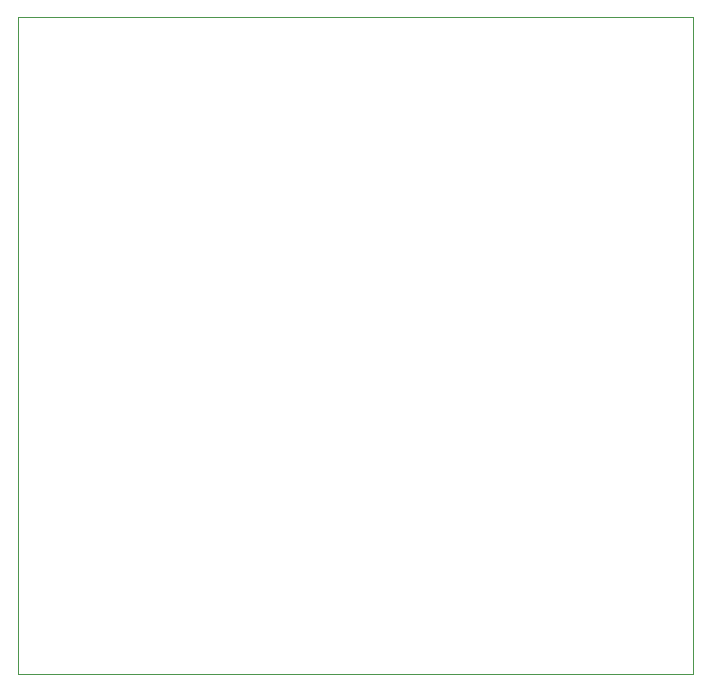
<source format=gbr>
%TF.GenerationSoftware,KiCad,Pcbnew,7.0.5-7.0.5~ubuntu20.04.1*%
%TF.CreationDate,2023-06-14T09:42:24-05:00*%
%TF.ProjectId,Gotchiplant,476f7463-6869-4706-9c61-6e742e6b6963,rev?*%
%TF.SameCoordinates,Original*%
%TF.FileFunction,Profile,NP*%
%FSLAX46Y46*%
G04 Gerber Fmt 4.6, Leading zero omitted, Abs format (unit mm)*
G04 Created by KiCad (PCBNEW 7.0.5-7.0.5~ubuntu20.04.1) date 2023-06-14 09:42:24*
%MOMM*%
%LPD*%
G01*
G04 APERTURE LIST*
%TA.AperFunction,Profile*%
%ADD10C,0.100000*%
%TD*%
G04 APERTURE END LIST*
D10*
X18034000Y-15240000D02*
X75184000Y-15240000D01*
X75184000Y-70866000D01*
X18034000Y-70866000D01*
X18034000Y-15240000D01*
M02*

</source>
